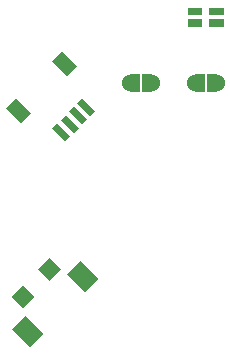
<source format=gbr>
G04 start of page 11 for group -4015 idx -4015 *
G04 Title: (unknown), toppaste *
G04 Creator: pcb 4.0.2 *
G04 CreationDate: Thu Apr 29 14:29:52 2021 UTC *
G04 For: petersen *
G04 Format: Gerber/RS-274X *
G04 PCB-Dimensions (mil): 4500.00 2500.00 *
G04 PCB-Coordinate-Origin: lower left *
%MOIN*%
%FSLAX25Y25*%
%LNTOPPASTE*%
%ADD63C,0.0600*%
%ADD62C,0.0001*%
G54D62*G36*
X67853Y109955D02*X63955Y113853D01*
X60052Y109950D01*
X63950Y106052D01*
X67853Y109955D01*
G37*
G36*
X76900Y119003D02*X73003Y122900D01*
X69100Y118997D01*
X72997Y115100D01*
X76900Y119003D01*
G37*
G36*
X64787Y103549D02*X60333Y99095D01*
X66458Y92971D01*
X70912Y97425D01*
X64787Y103549D01*
G37*
G36*
X83161Y121923D02*X78707Y117469D01*
X84831Y111344D01*
X89286Y115798D01*
X83161Y121923D01*
G37*
G54D63*X121600Y181000D03*
G54D62*G36*
X124600Y184000D02*X121600D01*
Y178000D01*
X124600D01*
Y184000D01*
G37*
G54D63*X128400Y181000D03*
G54D62*G36*
Y184000D02*X125400D01*
Y178000D01*
X128400D01*
Y184000D01*
G37*
G54D63*X100100Y181000D03*
G54D62*G36*
X103100Y184000D02*X100100D01*
Y178000D01*
X103100D01*
Y184000D01*
G37*
G54D63*X106900Y181000D03*
G54D62*G36*
Y184000D02*X103900D01*
Y178000D01*
X106900D01*
Y184000D01*
G37*
G36*
X119094Y202311D02*Y199949D01*
X123819D01*
Y202311D01*
X119094D01*
G37*
G36*
X126181D02*Y199949D01*
X130906D01*
Y202311D01*
X126181D01*
G37*
G36*
Y206051D02*Y203689D01*
X130906D01*
Y206051D01*
X126181D01*
G37*
G36*
X119094D02*Y203689D01*
X123819D01*
Y206051D01*
X119094D01*
G37*
G36*
X83854Y176168D02*X82183Y174498D01*
X86498Y170183D01*
X88168Y171854D01*
X83854Y176168D01*
G37*
G36*
X81070Y173384D02*X79399Y171714D01*
X83714Y167400D01*
X85384Y169070D01*
X81070Y173384D01*
G37*
G36*
X78286Y170601D02*X76616Y168930D01*
X80930Y164616D01*
X82600Y166286D01*
X78286Y170601D01*
G37*
G36*
X75502Y167817D02*X73832Y166146D01*
X78146Y161832D01*
X79817Y163502D01*
X75502Y167817D01*
G37*
G36*
X77172Y191758D02*X73832Y188418D01*
X78843Y183407D01*
X82183Y186747D01*
X77172Y191758D01*
G37*
G36*
X61582Y176168D02*X58242Y172828D01*
X63253Y167817D01*
X66593Y171157D01*
X61582Y176168D01*
G37*
M02*

</source>
